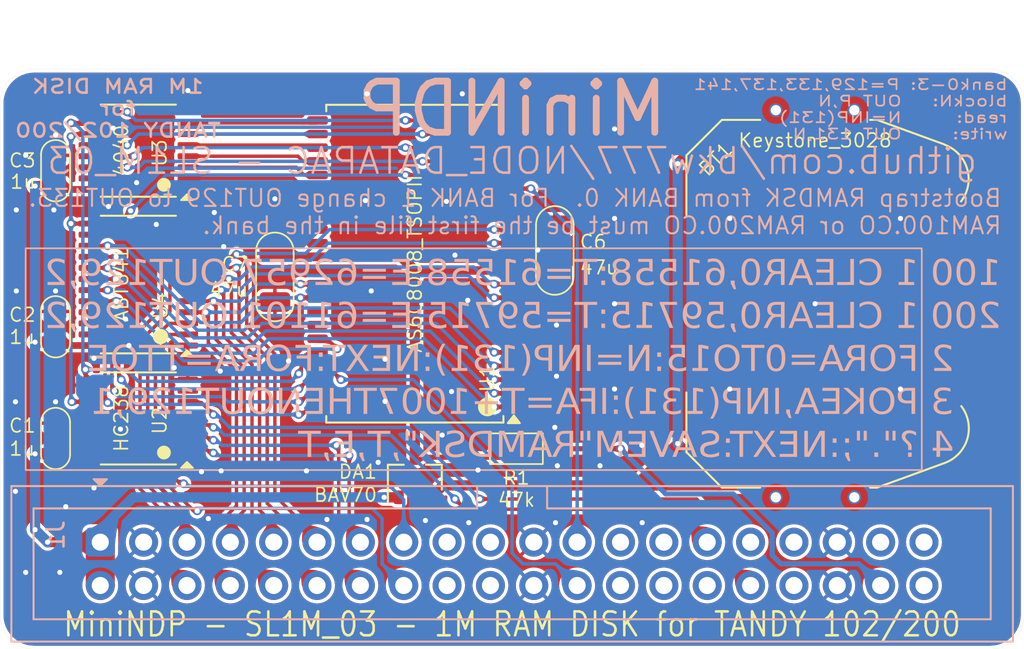
<source format=kicad_pcb>
(kicad_pcb (version 20240108) (generator "pcbnew") (generator_version "8.0")
  (title_block (title "MiniNDP") (date "2025-01-06") (rev "SL1M_03") (company "Brian K. White - b.kenyon.w@gmail.com") (comment 1 "github.com/bkw777/NODE_DATAPAC"))
  (layers (0 "F.Cu" signal) (31 "B.Cu" signal) (34 "B.Paste" user) (35 "F.Paste" user) (36 "B.SilkS" user "B.Silkscreen") (37 "F.SilkS" user "F.Silkscreen") (38 "B.Mask" user) (39 "F.Mask" user) (44 "Edge.Cuts" user))
  (net 0 "")
  (net 1 "GND")
  (net 2 "VMEM")
  (net 3 "VBUS")
  (net 4 "/AD0")
  (net 5 "/AD1")
  (net 6 "/AD2")
  (net 7 "/AD3")
  (net 8 "/AD4")
  (net 9 "/AD5")
  (net 10 "/AD6")
  (net 11 "/AD7")
  (net 12 "/A8")
  (net 13 "/A9")
  (net 14 "/A10")
  (net 15 "/A11")
  (net 16 "/A12")
  (net 17 "/A13")
  (net 18 "/A14")
  (net 19 "/A15")
  (net 20 "/~{RD}")
  (net 21 "/RAMRST")
  (net 22 "/~{Y0}")
  (net 23 "/(A)")
  (net 29 "/BUS_A11")
  (net 34 "/BUS_A10")
  (net 38 "/A5")
  (net 39 "/A6")
  (net 40 "/A19")
  (net 41 "/A18")
  (net 42 "/A7")
  (net 43 "+BATT")
  (net 44 "/BUS_A8")
  (net 45 "/BUS_A9")
  (net 46 "/A16")
  (net 47 "/A17")
  (net 48 "/A0")
  (net 49 "/A1")
  (net 50 "/A2")
  (net 51 "/A3")
  (net 52 "/A4")
  (net 53 "/BYTE")
  (net 68 "/~{WR}")
  (net 71 "/BLOCK")
  (footprint "000_LOCAL:pth_nail" (layer "F.Cu") (at 172 88.425)
    (property "Reference" "REF**" (hide yes))
    (property "Value" "pth_nail" (hide yes))
  )
  (footprint "000_LOCAL:Fiducial_0.75_1.5" (layer "F.Cu") (at 179.95 88.025 180)
    (property "Reference" "F3" (hide yes))
    (property "Value" "Fiducial_0.75_1.5" (hide yes))
  )
  (footprint "000_LOCAL:C_1206" (layer "F.Cu") (at 154.45 96.649999 90)
    (property "Reference" "C6")
    (property "Value" "47u")
  )
  (footprint "000_LOCAL:R_0805" (layer "F.Cu") (at 152.2 108.275)
    (property "Reference" "R1")
    (property "Value" "47k")
  )
  (footprint "000_LOCAL:C_0805" (layer "F.Cu") (at 125.2 107.675 90)
    (property "Reference" "C1")
    (property "Value" "1u")
  )
  (footprint "000_LOCAL:TSSOP-24_4.4x7.8mm_P0.65mm" (layer "F.Cu") (at 130.05 98.65 180)
    (property "Reference" "U4")
    (property "Value" "ABT841")
  )
  (footprint "000_LOCAL:pth_nail" (layer "F.Cu") (at 167.4 111.125)
    (property "Reference" "REF**" (hide yes))
    (property "Value" "pth_nail" (hide yes))
  )
  (footprint "000_LOCAL:pth_nail" (layer "F.Cu") (at 172 111.125)
    (property "Reference" "REF**" (hide yes))
    (property "Value" "pth_nail" (hide yes))
  )
  (footprint "000_LOCAL:Fiducial_0.75_1.5" (layer "F.Cu") (at 123.95 88.025)
    (property "Reference" "F3" (hide yes))
    (property "Value" "Fiducial_0.75_1.5" (hide yes))
  )
  (footprint "000_LOCAL:TSSOP-16" (layer "F.Cu") (at 130.05 106.5 180)
    (property "Reference" "U2")
    (property "Value" "HC238")
  )
  (footprint "000_LOCAL:TSSOP-16" (layer "F.Cu") (at 130.05 90.800001 180)
    (property "Reference" "U3")
    (property "Value" "4040")
  )
  (footprint "000_LOCAL:MiniNDP_Cover_THIN" (layer "F.Cu") (at 151.95 103.025)
    (property "Reference" "N1")
    (property "Value" "MiniNDP_Cover_THIN")
  )
  (footprint "000_LOCAL:Fiducial_0.75_1.5" (layer "F.Cu") (at 123.95 118.025)
    (property "Reference" "F3" (hide yes))
    (property "Value" "Fiducial_0.75_1.5" (hide yes))
  )
  (footprint "000_LOCAL:TSOP-II-44" (layer "F.Cu") (at 146.25 97.425 180)
    (property "Reference" "U1")
    (property "Value" "AS6C8008_TSOPII")
  )
  (footprint "000_LOCAL:C_1206" (layer "F.Cu") (at 138.05 98.200001 -90)
    (property "Reference" "C7")
    (property "Value" "47u")
  )
  (footprint "000_LOCAL:C_0805" (layer "F.Cu") (at 125.2 101.125001 90)
    (property "Reference" "C2")
    (property "Value" "1u")
  )
  (footprint "000_LOCAL:pth_nail" (layer "F.Cu") (at 167.4 88.425)
    (property "Reference" "REF**" (hide yes))
    (property "Value" "pth_nail" (hide yes))
  )
  (footprint "000_LOCAL:Fiducial_0.75_1.5" (layer "F.Cu") (at 179.95 118.025 90)
    (property "Reference" "F3" (hide yes))
    (property "Value" "Fiducial_0.75_1.5" (hide yes))
  )
  (footprint "000_LOCAL:Keystone_3028_3034" (layer "F.Cu") (at 169.7 99.775 90)
    (property "Reference" "BT1")
    (property "Value" "Keystone_3028")
  )
  (footprint "000_LOCAL:C_0805" (layer "F.Cu") (at 125.2 91.975 90)
    (property "Reference" "C3")
    (property "Value" "1u")
  )
  (footprint "000_LOCAL:SOT-23" (layer "F.Cu") (at 146.25 109.975 90)
    (property "Reference" "DA1")
    (property "Value" "BAV70")
  )
  (footprint "000_LOCAL:IDC-Header_2x20_P2.54mm_Vertical" (layer "B.Cu") (at 127.82 113.755 -90)
    (property "Reference" "J1")
    (property "Value" "Conn_02x20_Odd_Even")
  )
  (gr_poly (pts (xy 164.1 110.425) (xy 159.2 110.425) (xy 161.65 107.975)) (stroke (width 0.6)) (fill solid) (layer "F.Cu") (net 43))
  (gr_rect (start 123.45 96.525) (end 175.95 109.525) (stroke (width 0.1)) (fill none) (layer "B.SilkS"))
  (gr_line (start 123.95 86.025) (end 179.95 86.025) (stroke (width 0.01)) (layer "Edge.Cuts"))
  (gr_arc (start 121.95 88.025) (mid 122.535786 86.610786) (end 123.95 86.025) (stroke (width 0.01)) (layer "Edge.Cuts"))
  (gr_line (start 179.95 120.025) (end 123.95 120.025) (stroke (width 0.01)) (layer "Edge.Cuts"))
  (gr_arc (start 179.95 86.024999) (mid 181.364214 86.610786) (end 181.950001 88.025) (stroke (width 0.01)) (layer "Edge.Cuts"))
  (gr_line (start 181.95 88.025) (end 181.95 118.025) (stroke (width 0.01)) (layer "Edge.Cuts"))
  (gr_arc (start 181.950001 118.025) (mid 181.364214 119.439214) (end 179.95 120.025001) (stroke (width 0.01)) (layer "Edge.Cuts"))
  (gr_line (start 121.95 118.025) (end 121.95 88.025) (stroke (width 0.01)) (layer "Edge.Cuts"))
  (gr_arc (start 123.95 120.025001) (mid 122.535786 119.439214) (end 121.949999 118.025) (stroke (width 0.01)) (layer "Edge.Cuts"))
  (gr_text "${TITLE}" (at 151.95 88.355 0) (layer "B.SilkS") (effects (font (size 3 3) (thickness 0.4)) (justify mirror)))
  (gr_text "${COMMENT1} - ${REVISION}" (at 151.95 91.403 0) (layer "B.SilkS") (effects (font (size 1.5 1.5)) (justify mirror)))
  (gr_text "Bootstrap RAMDSK from BANK 0.  For BANK 1 change OUT129 to OUT133.\nRAM100.CO or RAM200.CO must be the first file in the bank." (at 180.7 95.775 0) (layer "B.SilkS") (effects (font (size 1 1) (thickness 0.12)) (justify left bottom mirror)))
  (gr_text "bank0-3: P=129,133,137,141\nblockN:	OUT P,N\nread:	N=INP(131)\nwrite:	OUT 131,N" (at 181.05 88.375 0) (layer "B.SilkS") (effects (font (size 0.6 0.8) (thickness 0.1)) (justify left mirror)))
  (gr_text "100 1 CLEAR0,61558:T=61558:E=62957:OUT129,2\n200 1 CLEAR0,59715:T=59715:E=61101:OUT129,2\n    2 FORA=0TO15:N=INP(131):NEXT:FORA=TTOE\n    3 POKEA,INP(131):IFA=T+1007THENOUT129,1\n    4 ?{dblquote}.{dblquote};:NEXT:SAVEM{dblquote}RAMDSK{dblquote},T,E,T" (at 180.6 97.175 0) (layer "B.SilkS") (effects (font (size 1.5 1.55) (thickness 0.1)) (justify left top mirror)))
  (gr_text "1M RAM DISK\nfor\nTANDY 102/200" (at 128.85 88.325 0) (layer "B.SilkS") (effects (font (size 0.8 1)) (justify mirror)))
  (gr_text "${TITLE} - ${REVISION} - 1M RAM DISK for TANDY 102/200" (at 151.95 118.575 0) (layer "F.SilkS") (effects (font (size 1.4 1.2))))
  (via (at 143.35 93.725) (size 0.5) (drill 0.3) (layers "F.Cu" "B.Cu") (net 1))
  (via (at 149.029 87.466) (size 0.5) (drill 0.3) (layers "F.Cu" "B.Cu") (net 1))
  (via (at 125.2 105.525) (size 0.5) (drill 0.3) (layers "F.Cu" "B.Cu") (net 1))
  (via (at 154.55 104.025) (size 0.5) (drill 0.3) (layers "F.Cu" "B.Cu") (net 1))
  (via (at 134.15 112.375) (size 0.5) (drill 0.3) (layers "F.Cu" "B.Cu") (net 1))
  (via (at 131.1 95.125) (size 0.5) (drill 0.3) (layers "F.Cu" "B.Cu") (net 1))
  (via (at 146.87 112.485) (size 0.5) (drill 0.3) (layers "F.Cu" "B.Cu") (net 1))
  (via (at 154.45 107.025) (size 0.5) (drill 0.3) (layers "F.Cu" "B.Cu") (net 1))
  (via (at 128.3 94.075) (size 0.5) (drill 0.3) (layers "F.Cu" "B.Cu") (net 1))
  (via (at 157.95 94.775) (size 0.5) (drill 0.3) (layers "F.Cu" "B.Cu") (net 1))
  (via (at 164.7 94.775) (size 0.5) (drill 0.3) (layers "F.Cu" "B.Cu") (net 1))
  (via (at 134.85 103.725) (size 0.5) (drill 0.3) (layers "F.Cu" "B.Cu") (net 1))
  (via (at 148.6 96.925) (size 0.5) (drill 0.3) (layers "F.Cu" "B.Cu") (net 1))
  (via (at 174.7 94.775) (size 0.5) (drill 0.3) (layers "F.Cu" "B.Cu") (net 1))
  (via (at 122.9 94.275) (size 0.5) (drill 0.3) (layers "F.Cu" "B.Cu") (net 1))
  (via (at 129.3 100.675) (size 0.5) (drill 0.3) (layers "F.Cu" "B.Cu") (net 1))
  (via (at 149.35 99.575) (size 0.5) (drill 0.3) (layers "F.Cu" "B.Cu") (net 1))
  (via (at 122.85 110.775) (size 0.5) (drill 0.3) (layers "F.Cu" "B.Cu") (net 1))
  (via (at 134.5 94.425) (size 0.5) (drill 0.3) (layers "F.Cu" "B.Cu") (net 1))
  (via (at 143.45 112.425) (size 0.5) (drill 0.3) (layers "F.Cu" "B.Cu") (net 1))
  (via (at 157.95 99.775) (size 0.5) (drill 0.3) (layers "F.Cu" "B.Cu") (net 1))
  (via (at 127.45 110.575) (size 0.5) (drill 0.3) (layers "F.Cu" "B.Cu") (net 1))
  (via (at 127.45 102.975) (size 0.5) (drill 0.3) (layers "F.Cu" "B.Cu") (net 1))
  (via (at 148.4 104.925) (size 0.5) (drill 0.3) (layers "F.Cu" "B.Cu") (net 1))
  (via (at 122.9 99.025) (size 0.5) (drill 0.3) (layers "F.Cu" "B.Cu") (net 1))
  (via (at 139.9 109.575) (size 0.5) (drill 0.3) (layers "F.Cu" "B.Cu") (net 1))
  (via (at 144.1 109.075) (size 0.5) (drill 0.3) (layers "F.Cu" "B.Cu") (net 1))
  (via (at 159.55 108.075) (size 0.5) (drill 0.3) (layers "F.Cu" "B.Cu") (net 1))
  (via (at 153.45 96.625) (size 0.5) (drill 0.3) (layers "F.Cu" "B.Cu") (net 1))
  (via (at 123.45 91.075) (size 0.5) (drill 0.3) (layers "F.Cu" "B.Cu") (net 1))
  (via (at 144.5 105.5) (size 0.5) (drill 0.3) (layers "F.Cu" "B.Cu") (net 1))
  (via (at 157.95 104.775) (size 0.5) (drill 0.3) (layers "F.Cu" "B.Cu") (net 1))
  (via (at 164.7 104.775) (size 0.5) (drill 0.3) (layers "F.Cu" "B.Cu") (net 1))
  (via (at 148.1 93.775) (size 0.5) (drill 0.3) (layers "F.Cu" "B.Cu") (net 1))
  (via (at 138.85 103.125) (size 0.5) (drill 0.3) (layers "F.Cu" "B.Cu") (net 1))
  (via (at 125.2 89.875) (size 0.5) (drill 0.3) (layers "F.Cu" "B.Cu") (net 1))
  (via (at 132.95 87.275) (size 0.5) (drill 0.3) (layers "F.Cu" "B.Cu") (net 1))
  (via (at 159.57 112.612) (size 0.5) (drill 0.3) (layers "F.Cu" "B.Cu") (net 1))
  (via (at 135.05 96.425) (size 0.5) (drill 0.3) (layers "F.Cu" "B.Cu") (net 1))
  (via (at 129.95 92.675) (size 0.5) (drill 0.3) (layers "F.Cu" "B.Cu") (net 1))
  (via (at 147.85 107.475) (size 0.5) (drill 0.3) (layers "F.Cu" "B.Cu") (net 1))
  (via (at 132.15 103.525) (size 0.5) (drill 0.3) (layers "F.Cu" "B.Cu") (net 1))
  (via (at 128.575 89.475) (size 0.5) (drill 0.3) (layers "F.Cu" "B.Cu") (net 1))
  (via (at 125.2 99.025) (size 0.5) (drill 0.3) (layers "F.Cu" "B.Cu") (net 1))
  (via (at 149.95 109.525) (size 0.5) (drill 0.3) (layers "F.Cu" "B.Cu") (net 1))
  (via (at 154.49 112.612) (size 0.5) (drill 0.3) (layers "F.Cu" "B.Cu") (net 1))
  (via (at 125.1 94.275) (size 0.5) (drill 0.3) (layers "F.Cu" "B.Cu") (net 1))
  (via (at 149.41 112.612) (size 0.5) (drill 0.3) (layers "F.Cu" "B.Cu") (net 1))
  (via (at 157.1 109.275) (size 0.5) (drill 0.3) (layers "F.Cu" "B.Cu") (net 1))
  (via (at 143.441 87.466) (size 0.5) (drill 0.3) (layers "F.Cu" "B.Cu") (net 1))
  (via (at 133.75 109.625) (size 0.5) (drill 0.3) (layers "F.Cu" "B.Cu") (net 1))
  (via (at 141.1 112.425) (size 0.5) (drill 0.3) (layers "F.Cu" "B.Cu") (net 1))
  (via (at 129 107.125) (size 0.5) (drill 0.3) (layers "F.Cu" "B.Cu") (net 1))
  (via (at 129.5 102.225) (size 0.5) (drill 0.3) (layers "F.Cu" "B.Cu") (net 1))
  (via (at 144.5 103.025) (size 0.5) (drill 0.3) (layers "F.Cu" "B.Cu") (net 1))
  (via (at 143.695 99.025) (size 0.5) (drill 0.3) (layers "F.Cu" "B.Cu") (net 1))
  (via (at 174.7 104.775) (size 0.5) (drill 0.3) (layers "F.Cu" "B.Cu") (net 1))
  (via (at 125.45 115.525) (size 0.5) (drill 0.3) (layers "F.Cu" "B.Cu") (net 1))
  (via (at 125.8 111.675) (size 0.5) (drill 0.3) (layers "F.Cu" "B.Cu") (net 1))
  (via (at 134.9 109.575) (size 0.5) (drill 0.3) (layers "F.Cu" "B.Cu") (net 1))
  (via (at 123.45 115.525) (size 0.5) (drill 0.3) (layers "F.Cu" "B.Cu") (net 1))
  (via (at 154.6 109.275) (size 0.5) (drill 0.3) (layers "F.Cu" "B.Cu") (net 1))
  (via (at 169.7 99.775) (size 0.5) (drill 0.3) (layers "F.Cu" "B.Cu") (net 1))
  (via (at 122.85 105.525) (size 0.5) (drill 0.3) (layers "F.Cu" "B.Cu") (net 1))
  (via (at 157.95 89.525) (size 0.5) (drill 0.3) (layers "F.Cu" "B.Cu") (net 1))
  (via (at 138.05 93.625) (size 0.5) (drill 0.3) (layers "F.Cu" "B.Cu") (net 1))
  (via (at 154.55 101.025) (size 0.5) (drill 0.3) (layers "F.Cu" "B.Cu") (net 1))
  (segment (start 154.15 97.825) (end 154.45 98.125) (width 0.5) (layer "F.Cu") (net 2))
  (segment (start 151.95 97.825) (end 154.15 97.825) (width 0.5) (layer "F.Cu") (net 2))
  (segment (start 145.45 97.025) (end 146.25 97.825) (width 0.6) (layer "F.Cu") (net 2))
  (segment (start 146.3 108.775) (end 146.25 108.825) (width 0.3) (layer "F.Cu") (net 2))
  (segment (start 138.35 97.025) (end 138.05 96.725) (width 0.5) (layer "F.Cu") (net 2))
  (segment (start 151.25 108.275) (end 151.25 108.775) (width 0.3) (layer "F.Cu") (net 2))
  (segment (start 140.55 97.025) (end 138.35 97.025) (width 0.5) (layer "F.Cu") (net 2))
  (segment (start 145.45 97.025) (end 140.55 97.025) (width 0.5) (layer "F.Cu") (net 2))
  (segment (start 146.25 97.825) (end 151.95 97.825) (width 0.5) (layer "F.Cu") (net 2))
  (segment (start 151.25 108.775) (end 146.3 108.775) (width 0.3) (layer "F.Cu") (net 2))
  (segment (start 146.25 97.825) (end 146.25 108.825) (width 0.6) (layer "F.Cu") (net 2))
  (segment (start 125.399999 102.225) (end 127.15 102.225) (width 0.4) (layer "F.Cu") (net 3))
  (segment (start 124.73 113.755) (end 124 113.025) (width 0.6) (layer "F.Cu") (net 3))
  (segment (start 124 108.575) (end 125.2 108.575) (width 0.6) (layer "F.Cu") (net 3))
  (segment (start 144.45 111.125) (end 145.3 111.125) (width 0.6) (layer "F.Cu") (net 3))
  (segment (start 127.15 93.075001) (end 125.400001 93.075001) (width 0.4) (layer "F.Cu") (net 3))
  (segment (start 125.4 108.775) (end 127.15 108.775) (width 0.4) (layer "F.Cu") (net 3))
  (segment (start 125.2 108.575) (end 125.4 108.775) (width 0.4) (layer "F.Cu") (net 3))
  (segment (start 124 102.025001) (end 125.2 102.025001) (width 0.6) (layer "F.Cu") (net 3))
  (segment (start 127.82 113.755) (end 127.82 116.295) (width 1.7) (layer "F.Cu") (net 3))
  (segment (start 124.73 113.755) (end 127.82 113.755) (width 0.6) (layer "F.Cu") (net 3))
  (segment (start 125.2 102.025001) (end 125.399999 102.225) (width 0.4) (layer "F.Cu") (net 3))
  (segment (start 125.400001 93.075001) (end 125.2 92.875) (width 0.4) (layer "F.Cu") (net 3))
  (segment (start 124 92.875) (end 125.2 92.875) (width 0.6) (layer "F.Cu") (net 3))
  (via (at 124.73 113.755) (size 0.6) (drill 0.3) (layers "F.Cu" "B.Cu") (net 3))
  (via (at 144.45 111.125) (size 0.6) (drill 0.3) (layers "F.Cu" "B.Cu") (net 3))
  (via (at 124 108.575) (size 0.6) (drill 0.3) (layers "F.Cu" "B.Cu") (net 3))
  (via (at 124 92.875) (size 0.6) (drill 0.3) (layers "F.Cu" "B.Cu") (net 3))
  (via (at 124 102.025001) (size 0.6) (drill 0.3) (layers "F.Cu" "B.Cu") (net 3))
  (via (at 124 113.025) (size 0.6) (drill 0.3) (layers "F.Cu" "B.Cu") (net 3))
  (segment (start 124.73 113.755) (end 124 113.025) (width 0.6) (layer "B.Cu") (net 3))
  (segment (start 124 108.575) (end 124 102.025001) (width 0.6) (layer "B.Cu") (net 3))
  (segment (start 129.75 111.125) (end 128.35 112.525) (width 0.6) (layer "B.Cu") (net 3))
  (segment (start 124 92.875) (end 124 102.025001) (width 0.6) (layer "B.Cu") (net 3))
  (segment (start 128.35 113.225) (end 127.82 113.755) (width 0.6) (layer "B.Cu") (net 3))
  (segment (start 124 113.025) (end 124 108.575) (width 0.6) (layer "B.Cu") (net 3))
  (segment (start 144.45 111.125) (end 129.75 111.125) (width 0.6) (layer "B.Cu") (net 3))
  (segment (start 128.35 112.525) (end 128.35 113.225) (width 0.6) (layer "B.Cu") (net 3))
  (segment (start 131.63 112.105) (end 131.63 115.025) (width 0.2) (layer "F.Cu") (net 4))
  (segment (start 132.249997 95.725003) (end 131.45 96.525) (width 0.2) (layer "F.Cu") (net 4))
  (segment (start 133.000003 95.675) (end 132.95 95.725003) (width 0.2) (layer "F.Cu") (net 4))
  (segment (start 134.45 95.275) (end 134.05 95.675) (width 0.2) (layer "F.Cu") (net 4))
  (segment (start 131.45 100.025) (end 130.15 101.325) (width 0.2) (layer "F.Cu") (net 4))
  (segment (start 130.15 101.325) (end 130.15 110.625) (width 0.2) (layer "F.Cu") (net 4))
  (segment (start 140.4 95.275) (end 134.45 95.275) (width 0.2) (layer "F.Cu") (net 4))
  (segment (start 132.95 95.725003) (end 132.249997 95.725003) (width 0.2) (layer "F.Cu") (net 4))
  (segment (start 130.15 110.625) (end 131.63 112.105) (width 0.2) (layer "F.Cu") (net 4))
  (segment (start 131.63 115.025) (end 132.9 116.295) (width 0.2) (layer "F.Cu") (net 4))
  (segment (start 134.05 95.675) (end 133.000003 95.675) (width 0.2) (layer "F.Cu") (net 4))
  (segment (start 140.55 95.425) (end 140.4 95.275) (width 0.2) (layer "F.Cu") (net 4))
  (segment (start 131.45 96.525) (end 131.45 100.025) (width 0.2) (layer "F.Cu") (net 4))
  (segment (start 132.95 96.375) (end 132.25 96.375) (width 0.2) (layer "F.Cu") (net 5))
  (segment (start 132.25 96.375) (end 131.9 96.725) (width 0.2) (layer "F.Cu") (net 5))
  (segment (start 131.9 100.225) (end 130.6 101.525) (width 0.2) (layer "F.Cu") (net 5))
  (segment (start 139.35 95.775) (end 134.7 95.775) (width 0.2) (layer "F.Cu") (net 5))
  (segment (start 130.6 101.525) (end 130.6 110.41875) (width 0.2) (layer "F.Cu") (net 5))
  (segment (start 140.55 96.225) (end 140.4 96.075) (width 0.2) (layer "F.Cu") (net 5))
  (segment (start 132.9 112.71875) (end 132.9 113.755) (width 0.2) (layer "F.Cu") (net 5))
  (segment (start 131.9 96.725) (end 131.9 100.225) (width 0.2) (layer "F.Cu") (net 5))
  (segment (start 130.6 110.41875) (end 132.9 112.71875) (width 0.2) (layer "F.Cu") (net 5))
  (segment (start 134.7 95.775) (end 134.1 96.375) (width 0.2) (layer "F.Cu") (net 5))
  (segment (start 139.65 96.075) (end 139.35 95.775) (width 0.2) (layer "F.Cu") (net 5))
  (segment (start 134.1 96.375) (end 132.95 96.375) (width 0.2) (layer "F.Cu") (net 5))
  (segment (start 140.4 96.075) (end 139.65 96.075) (width 0.2) (layer "F.Cu") (net 5))
  (segment (start 132.950003 100.274997) (end 132.95 100.275) (width 0.2) (layer "F.Cu") (net 6))
  (segment (start 135.8 103.725) (end 135.8 111.625) (width 0.2) (layer "F.Cu") (net 6))
  (segment (start 134.15 102.075) (end 135.8 103.725) (width 0.2) (layer "F.Cu") (net 6))
  (segment (start 134.15 100.424997) (end 134.15 102.075) (width 0.2) (layer "F.Cu") (net 6))
  (segment (start 135.8 111.625) (end 134.17 113.255) (width 0.2) (layer "F.Cu") (net 6))
  (segment (start 134 100.274997) (end 132.950003 100.274997) (width 0.2) (layer "F.Cu") (net 6))
  (segment (start 134.17 113.255) (end 134.17 115.025) (width 0.2) (layer "F.Cu") (net 6))
  (segment (start 134.17 115.025) (end 135.44 116.295) (width 0.2) (layer "F.Cu") (net 6))
  (segment (start 140.55 99.425) (end 139.55 99.425) (width 0.2) (layer "F.Cu") (net 6))
  (segment (start 134 100.274997) (end 134.15 100.424997) (width 0.2) (layer "F.Cu") (net 6))
  (via (at 139.55 99.425) (size 0.5) (drill 0.3) (layers "F.Cu" "B.Cu") (net 6))
  (via (at 134 100.274997) (size 0.5) (drill 0.3) (layers "F.Cu" "B.Cu") (net 6))
  (segment (start 139.55 99.425) (end 136.85 99.425) (width 0.2) (layer "B.Cu") (net 6))
  (segment (start 136.000003 100.274997) (end 134 100.274997) (width 0.2) (layer "B.Cu") (net 6))
  (segment (start 136.85 99.425) (end 136.000003 100.274997) (width 0.2) (layer "B.Cu") (net 6))
  (segment (start 140.55 98.625) (end 139.55 98.625) (width 0.2) (layer "F.Cu") (net 7))
  (segment (start 135.44 112.71) (end 135.44 113.755) (width 0.2) (layer "F.Cu") (net 7))
  (segment (start 134.6 101.875) (end 136.25 103.525) (width 0.2) (layer "F.Cu") (net 7))
  (segment (start 136.25 111.9) (end 135.44 112.71) (width 0.2) (layer "F.Cu") (net 7))
  (segment (start 134.6 99.775) (end 134.6 101.875) (width 0.2) (layer "F.Cu") (net 7))
  (segment (start 134.45 99.625) (end 134.6 99.775) (width 0.2) (layer "F.Cu") (net 7))
  (segment (start 132.95 99.625) (end 134.45 99.625) (width 0.2) (layer "F.Cu") (net 7))
  (segment (start 136.25 103.525) (end 136.25 111.9) (width 0.2) (layer "F.Cu") (net 7))
  (via (at 139.55 98.625) (size 0.5) (drill 0.3) (layers "F.Cu" "B.Cu") (net 7))
  (via (at 134.45 99.625) (size 0.5) (drill 0.3) (layers "F.Cu" "B.Cu") (net 7))
  (segment (start 137 98.625) (end 136 99.625) (width 0.2) (layer "B.Cu") (net 7))
  (segment (start 139.55 98.625) (end 137 98.625) (width 0.2) (layer "B.Cu") (net 7))
  (segment (start 136 99.625) (end 134.45 99.625) (width 0.2) (layer "B.Cu") (net 7))
  (segment (start 135.05 101.675) (end 136.71 103.335) (width 0.2) (layer "F.Cu") (net 8))
  (segment (start 136.71 103.335) (end 136.71 115.025) (width 0.2) (layer "F.Cu") (net 8))
  (segment (start 136.71 115.025) (end 137.98 116.295) (width 0.2) (layer "F.Cu") (net 8))
  (segment (start 134.9 98.974997) (end 135.05 99.124997) (width 0.2) (layer "F.Cu") (net 8))
  (segment (start 135.05 99.124997) (end 135.05 101.675) (width 0.2) (layer "F.Cu") (net 8))
  (segment (start 134.9 98.974997) (end 132.95 98.974997) (width 0.2) (layer "F.Cu") (net 8))
  (segment (start 151.95 99.425) (end 150.9 99.425) (width 0.2) (layer "F.Cu") (net 8))
  (via (at 134.9 98.974997) (size 0.5) (drill 0.3) (layers "F.Cu" "B.Cu") (net 8))
  (via (at 150.9 99.425) (size 0.5) (drill 0.3) (layers "F.Cu" "B.Cu") (net 8))
  (segment (start 149.4 98.125) (end 150.7 99.425) (width 0.2) (layer "B.Cu") (net 8))
  (segment (start 136.95 98.025) (end 139.9 98.025) (width 0.2) (layer "B.Cu") (net 8))
  (segment (start 139.9 98.025) (end 140 98.125) (width 0.2) (layer "B.Cu") (net 8))
  (segment (start 150.7 99.425) (end 150.9 99.425) (width 0.2) (layer "B.Cu") (net 8))
  (segment (start 136.000003 98.974997) (end 136.95 98.025) (width 0.2) (layer "B.Cu") (net 8))
  (segment (start 134.9 98.974997) (end 136.000003 98.974997) (width 0.2) (layer "B.Cu") (net 8))
  (segment (start 140 98.125) (end 149.4 98.125) (width 0.2) (layer "B.Cu") (net 8))
  (segment (start 151.95 98.625001) (end 150.900001 98.625001) (width 0.2) (layer "F.Cu") (net 9))
  (segment (start 137.15 103.125) (end 137.15 111.875) (width 0.2) (layer "F.Cu") (net 9))
  (segment (start 137.98 112.705) (end 137.98 113.755) (width 0.2) (layer "F.Cu") (net 9))
  (segment (start 135.5 101.475) (end 137.15 103.125) (width 0.2) (layer "F.Cu") (net 9))
  (segment (start 150.900001 98.625001) (end 150.9 98.625) (width 0.2) (layer "F.Cu") (net 9))
  (segment (start 137.15 111.875) (end 137.98 112.705) (width 0.2) (layer "F.Cu") (net 9))
  (segment (start 135.5 98.475) (end 135.5 101.475) (width 0.2) (layer "F.Cu") (net 9))
  (segment (start 135.35 98.325) (end 135.5 98.475) (width 0.2) (layer "F.Cu") (net 9))
  (segment (start 132.95 98.325) (end 135.35 98.325) (width 0.2) (layer "F.Cu") (net 9))
  (via (at 135.35 98.325) (size 0.5) (drill 0.3) (layers "F.Cu" "B.Cu") (net 9))
  (via (at 150.9 98.625) (size 0.5) (drill 0.3) (layers "F.Cu" "B.Cu") (net 9))
  (segment (start 136 98.325) (end 136.7 97.625) (width 0.2) (layer "B.Cu") (net 9))
  (segment (start 136.7 97.625) (end 149.7 97.625) (width 0.2) (layer "B.Cu") (net 9))
  (segment (start 149.7 97.625) (end 150.7 98.625) (width 0.2) (layer "B.Cu") (net 9))
  (segment (start 135.35 98.325) (end 136 98.325) (width 0.2) (layer "B.Cu") (net 9))
  (segment (start 150.7 98.625) (end 150.9 98.625) (width 0.2) (layer "B.Cu") (net 9))
  (segment (start 151.95 96.225) (end 150.9 96.225) (width 0.2) (layer "F.Cu") (net 10))
  (segment (start 139.25 115.025) (end 140.52 116.295) (width 0.2) (layer "F.Cu") (net 10))
  (segment (start 137.6 102.925) (end 137.6 111.475) (width 0.2) (layer "F.Cu") (net 10))
  (segment (start 135.8 97.674997) (end 135.95 97.824997) (width 0.2) (layer "F.Cu") (net 10))
  (segment (start 135.8 97.674997) (end 132.95 97.674997) (width 0.2) (layer "F.Cu") (net 10))
  (segment (start 139.25 113.125) (end 139.25 115.025) (width 0.2) (layer "F.Cu") (net 10))
  (segment (start 135.95 97.824997) (end 135.95 101.275) (width 0.2) (layer "F.Cu") (net 10))
  (segment (start 137.6 111.475) (end 139.25 113.125) (width 0.2) (layer "F.Cu") (net 10))
  (segment (start 135.95 101.275) (end 137.6 102.925) (width 0.2) (layer "F.Cu") (net 10))
  (via (at 135.8 97.674997) (size 0.5) (drill 0.3) (layers "F.Cu" "B.Cu") (net 10))
  (via (at 150.9 96.225) (size 0.5) (drill 0.3) (layers "F.Cu" "B.Cu") (net 10))
  (segment (start 136.45 97.225) (end 140.15 97.225) (width 0.2) (layer "B.Cu") (net 10))
  (segment (start 136.000003 97.674997) (end 136.45 97.225) (width 0.2) (layer "B.Cu") (net 10))
  (segment (start 140.15 97.225) (end 141.15 96.225) (width 0.2) (layer "B.Cu") (net 10))
  (segment (start 135.8 97.674997) (end 136.000003 97.674997) (width 0.2) (layer "B.Cu") (net 10))
  (segment (start 141.15 96.225) (end 150.9 96.225) (width 0.2) (layer "B.Cu") (net 10))
  (segment (start 151.95 95.425) (end 150.900001 95.425) (width 0.2) (layer "F.Cu") (net 11))
  (segment (start 135.8 96.875) (end 136.4 97.475) (width 0.2) (layer "F.Cu") (net 11))
  (segment (start 135.8 96.875) (end 135.65 97.025) (width 0.2) (layer "F.Cu") (net 11))
  (segment (start 138.05 102.725) (end 138.05 111.025) (width 0.2) (layer "F.Cu") (net 11))
  (segment (start 138.05 111.025) (end 140.52 113.495) (width 0.2) (layer "F.Cu") (net 11))
  (segment (start 140.52 113.495) (end 140.52 113.755) (width 0.2) (layer "F.Cu") (net 11))
  (segment (start 136.4 101.075) (end 138.05 102.725) (width 0.2) (layer "F.Cu") (net 11))
  (segment (start 135.65 97.025) (end 132.95 97.025) (width 0.2) (layer "F.Cu") (net 11))
  (segment (start 136.4 97.475) (end 136.4 101.075) (width 0.2) (layer "F.Cu") (net 11))
  (segment (start 150.900001 95.425) (end 150.9 95.424999) (width 0.2) (layer "F.Cu") (net 11))
  (via (at 135.8 96.875) (size 0.5) (drill 0.3) (layers "F.Cu" "B.Cu") (net 11))
  (via (at 150.9 95.424999) (size 0.5) (drill 0.3) (layers "F.Cu" "B.Cu") (net 11))
  (segment (start 139.85 96.825) (end 141.250001 95.424999) (width 0.2) (layer "B.Cu") (net 11))
  (segment (start 135.85 96.825) (end 139.85 96.825) (width 0.2) (layer "B.Cu") (net 11))
  (segment (start 135.8 96.875) (end 135.85 96.825) (width 0.2) (layer "B.Cu") (net 11))
  (segment (start 141.250001 95.424999) (end 150.9 95.424999) (width 0.2) (layer "B.Cu") (net 11))
  (segment (start 129.399999 90.475001) (end 127.15 90.475001) (width 0.2) (layer "F.Cu") (net 12))
  (segment (start 129.4 90.475) (end 129.399999 90.475001) (width 0.2) (layer "F.Cu") (net 12))
  (segment (start 151.95 89.825) (end 146.7 89.825) (width 0.2) (layer "F.Cu") (net 12))
  (via (at 129.4 90.475) (size 0.5) (drill 0.3) (layers "F.Cu" "B.Cu") (net 12))
  (via (at 146.7 89.825) (size 0.5) (drill 0.3) (layers "F.Cu" "B.Cu") (net 12))
  (segment (start 130.05 89.825) (end 129.4 90.475) (width 0.2) (layer "B.Cu") (net 12))
  (segment (start 146.7 89.825) (end 130.05 89.825) (width 0.2) (layer "B.Cu") (net 12))
  (segment (start 129.4 91.775001) (end 127.15 91.775001) (width 0.2) (layer "F.Cu") (net 13))
  (segment (start 151.95 91.425) (end 146.7 91.425) (width 0.2) (layer "F.Cu") (net 13))
  (via (at 146.7 91.425) (size 0.5) (drill 0.3) (layers "F.Cu" "B.Cu") (net 13))
  (via (at 129.4 91.775001) (size 0.5) (drill 0.3) (layers "F.Cu" "B.Cu") (net 13))
  (segment (start 130.074999 91.775001) (end 129.4 91.775001) (width 0.2) (layer "B.Cu") (net 13))
  (segment (start 130.425 91.425) (end 130.074999 91.775001) (width 0.2) (layer "B.Cu") (net 13))
  (segment (start 146.7 91.425) (end 130.425 91.425) (width 0.2) (layer "B.Cu") (net 13))
  (segment (start 139.65 106.275) (end 139.95 105.975) (width 0.2) (layer "F.Cu") (net 14))
  (segment (start 128.1 101.775) (end 127.9 101.575) (width 0.2) (layer "F.Cu") (net 14))
  (segment (start 128.25 105.575) (end 128.1 105.425) (width 0.2) (layer "F.Cu") (net 14))
  (segment (start 128.1 105.425) (end 128.1 101.775) (width 0.2) (layer "F.Cu") (net 14))
  (segment (start 140.4 105.975) (end 140.55 105.825) (width 0.2) (layer "F.Cu") (net 14))
  (segment (start 139.45 106.275) (end 139.65 106.275) (width 0.2) (layer "F.Cu") (net 14))
  (segment (start 139.95 105.975) (end 140.4 105.975) (width 0.2) (layer "F.Cu") (net 14))
  (segment (start 127.9 101.575) (end 127.15 101.575) (width 0.2) (layer "F.Cu") (net 14))
  (via (at 128.25 105.575) (size 0.5) (drill 0.3) (layers "F.Cu" "B.Cu") (net 14))
  (via (at 139.45 106.275) (size 0.5) (drill 0.3) (layers "F.Cu" "B.Cu") (net 14))
  (segment (start 139.45 106.275) (end 135.35 106.275) (width 0.2) (layer "B.Cu") (net 14))
  (segment (start 128.35 105.675) (end 128.25 105.575) (width 0.2) (layer "B.Cu") (net 14))
  (segment (start 134.75 105.675) (end 128.35 105.675) (width 0.2) (layer "B.Cu") (net 14))
  (segment (start 135.35 106.275) (end 134.75 105.675) (width 0.2) (layer "B.Cu") (net 14))
  (segment (start 128.5 104.725) (end 128.5 101.525) (width 0.2) (layer "F.Cu") (net 15))
  (segment (start 140.4 105.175) (end 140.55 105.025) (width 0.2) (layer "F.Cu") (net 15))
  (segment (start 139.45 105.525) (end 139.55 105.525) (width 0.2) (layer "F.Cu") (net 15))
  (segment (start 139.55 105.525) (end 139.9 105.175) (width 0.2) (layer "F.Cu") (net 15))
  (segment (start 128.5 101.525) (end 127.9 100.925) (width 0.2) (layer "F.Cu") (net 15))
  (segment (start 128.65 104.875) (end 128.5 104.725) (width 0.2) (layer "F.Cu") (net 15))
  (segment (start 139.9 105.175) (end 140.4 105.175) (width 0.2) (layer "F.Cu") (net 15))
  (segment (start 127.9 100.925) (end 127.15 100.925) (width 0.2) (layer "F.Cu") (net 15))
  (via (at 128.65 104.875) (size 0.5) (drill 0.3) (layers "F.Cu" "B.Cu") (net 15))
  (via (at 139.45 105.525) (size 0.5) (drill 0.3) (layers "F.Cu" "B.Cu") (net 15))
  (segment (start 139.45 105.525) (end 135.3 105.525) (width 0.2) (layer "B.Cu") (net 15))
  (segment (start 129 105.225) (end 128.65 104.875) (width 0.2) (layer "B.Cu") (net 15))
  (segment (start 135 105.225) (end 129 105.225) (width 0.2) (layer "B.Cu") (net 15))
  (segment (start 135.3 105.525) (end 135 105.225) (width 0.2) (layer "B.Cu") (net 15))
  (segment (start 128.9 104.075) (end 128.9 101.275) (width 0.2) (layer "F.Cu") (net 16))
  (segment (start 140 104.225) (end 140.55 104.225) (width 0.2) (layer "F.Cu") (net 16))
  (segment (start 127.9 100.275) (end 127.15 100.275) (width 0.2) (layer "F.Cu") (net 16))
  (segment (start 128.9 101.275) (end 127.9 100.275) (width 0.2) (layer "F.Cu") (net 16))
  (segment (start 129.05 104.225) (end 128.9 104.075) (width 0.2) (layer "F.Cu") (net 16))
  (segment (start 139.45 104.775) (end 140 104.225) (width 0.2) (layer "F.Cu") (net 16))
  (via (at 129.05 104.225) (size 0.5) (drill 0.3) (layers "F.Cu" "B.Cu") (net 16))
  (via (at 139.45 104.775) (size 0.5) (drill 0.3) (layers "F.Cu" "B.Cu") (net 16))
  (segment (start 139.45 104.775) (end 129.6 104.775) (width 0.2) (layer "B.Cu") (net 16))
  (segment (start 129.6 104.775) (end 129.05 104.225) (width 0.2) (layer "B.Cu") (net 16))
  (segment (start 141.7 102.425) (end 141.25 101.975) (width 0.2) (layer "F.Cu") (net 17))
  (segment (start 127.15 99.625) (end 128.75 99.625) (width 0.2) (layer "F.Cu") (net 17))
  (segment (start 140.7 101.975) (end 140.55 101.825) (width 0.2) (layer "F.Cu") (net 17))
  (segment (start 141.25 101.975) (end 140.7 101.975) (width 0.2) (layer "F.Cu") (net 17))
  (via (at 128.75 99.625) (size 0.5) (drill 0.3) (layers "F.Cu" "B.Cu") (net 17))
  (via (at 141.7 102.425) (size 0.5) (drill 0.3) (layers "F.Cu" "B.Cu") (net 17))
  (segment (start 137.05 103.125) (end 132.7 103.125) (width 0.2) (layer "B.Cu") (net 17))
  (segment (start 137.75 102.425) (end 137.05 103.125) (width 0.2) (layer "B.Cu") (net 17))
  (segment (start 129.2 99.625) (end 128.75 99.625) (width 0.2) (layer "B.Cu") (net 17))
  (segment (start 132.7 103.125) (end 129.2 99.625) (width 0.2) (layer "B.Cu") (net 17))
  (segment (start 141.7 102.425) (end 137.75 102.425) (width 0.2) (layer "B.Cu") (net 17))
  (segment (start 128.25 98.975) (end 127.15 98.975) (width 0.2) (layer "F.Cu") (net 18))
  (segment (start 151.95 105.825) (end 150.9 105.825) (width 0.2) (layer "F.Cu") (net 18))
  (via (at 150.9 105.825) (size 0.5) (drill 0.3) (layers "F.Cu" "B.Cu") (net 18))
  (via (at 128.25 98.975) (size 0.5) (drill 0.3) (layers "F.Cu" "B.Cu") (net 18))
  (segment (start 136.85 102.675) (end 137.7 101.825) (width 0.2) (layer "B.Cu") (net 18))
  (segment (start 146.8 101.825) (end 150.8 105.825) (width 0.2) (layer "B.Cu") (net 18))
  (segment (start 150.8 105.825) (end 150.9 105.825) (width 0.2) (layer "B.Cu") (net 18))
  (segment (start 137.7 101.825) (end 146.8 101.825) (width 0.2) (layer "B.Cu") (net 18))
  (segment (start 128.25 98.975) (end 129.2 98.975) (width 0.2) (layer "B.Cu") (net 18))
  (segment (start 132.9 102.675) (end 136.85 102.675) (width 0.2) (layer "B.Cu") (net 18))
  (segment (start 129.2 98.975) (end 132.9 102.675) (width 0.2) (layer "B.Cu") (net 18))
  (segment (start 128.75 98.325) (end 127.15 98.325) (width 0.2) (layer "F.Cu") (net 19))
  (segment (start 151.95 105.025) (end 150.9 105.025) (width 0.2) (layer "F.Cu") (net 19))
  (via (at 150.9 105.025) (size 0.5) (drill 0.3) (layers "F.Cu" "B.Cu") (net 19))
  (via (at 128.75 98.325) (size 0.5) (drill 0.3) (layers "F.Cu" "B.Cu") (net 19))
  (segment (start 133.1 102.225) (end 136.65 102.225) (width 0.2) (layer "B.Cu") (net 19))
  (segment (start 147.15 101.375) (end 150.8 105.025) (width 0.2) (layer "B.Cu") (net 19))
  (segment (start 137.5 101.375) (end 147.15 101.375) (width 0.2) (layer "B.Cu") (net 19))
  (segment (start 136.65 102.225) (end 137.5 101.375) (width 0.2) (layer "B.Cu") (net 19))
  (segment (start 150.8 105.025) (end 150.9 105.025) (width 0.2) (layer "B.Cu") (net 19))
  (segment (start 128.75 98.325) (end 129.2 98.325) (width 0.2) (layer "B.Cu") (net 19))
  (segment (start 129.2 98.325) (end 133.1 102.225) (width 0.2) (layer "B.Cu") (net 19))
  (segment (start 141.112 103.425) (end 141.917 104.23) (width 0.2) (layer "F.Cu") (net 20))
  (segment (start 140.55 103.425) (end 141.112 103.425) (width 0.2) (layer "F.Cu") (net 20))
  (via (at 141.917 104.23) (size 0.5) (drill 0.3) (layers "F.Cu" "B.Cu") (net 20))
  (segment (start 146.155 104.23) (end 151.95 110.025) (width 0.2) (layer "B.Cu") (net 20))
  (segment (start 154.49 115.025) (end 155.76 116.295) (width 0.2) (layer "B.Cu") (net 20))
  (segment (start 141.917 104.23) (end 146.155 104.23) (width 0.2) (layer "B.Cu") (net 20))
  (segment (start 151.95 110.025) (end 151.95 114.39) (width 0.2) (layer "B.Cu") (net 20))
  (segment (start 152.585 115.025) (end 154.49 115.025) (width 0.2) (layer "B.Cu") (net 20))
  (segment (start 151.95 114.39) (end 152.585 115.025) (width 0.2) (layer "B.Cu") (net 20))
  (segment (start 153.1 108.225) (end 153.1 102.125) (width 0.2) (layer "F.Cu") (net 21))
  (segment (start 153.15 108.275) (end 153.1 108.225) (width 0.2) (layer "F.Cu") (net 21))
  (segment (start 153.1 102.125) (end 152.8 101.825) (width 0.2) (layer "F.Cu") (net 21))
  (segment (start 158.3 108.275) (end 153.15 108.275) (width 0.3) (layer "F.Cu") (net 21))
  (segment (start 152.8 101.825) (end 151.95 101.825) (width 0.2) (layer "F.Cu") (net 21))
  (via (at 158.3 108.275) (size 0.5) (drill 0.3) (layers "F.Cu" "B.Cu") (net 21))
  (segment (start 167.698 115.025) (end 172.27 115.025) (width 0.3) (layer "B.Cu") (net 21))
  (segment (start 172.27 115.025) (end 173.54 116.295) (width 0.3) (layer "B.Cu") (net 21))
  (segment (start 167.19 113.215) (end 167.19 114.517) (width 0.3) (layer "B.Cu") (net 21))
  (segment (start 167.19 114.517) (end 167.698 115.025) (width 0.3) (layer "B.Cu") (net 21))
  (segment (start 160.95 110.925) (end 164.9 110.925) (width 0.3) (layer "B.Cu") (net 21))
  (segment (start 158.3 108.275) (end 160.95 110.925) (width 0.3) (layer "B.Cu") (net 21))
  (segment (start 164.9 110.925) (end 167.19 113.215) (width 0.3) (layer "B.Cu") (net 21))
  (segment (start 134.45 107.025) (end 134.3 106.875) (width 0.2) (layer "F.Cu") (net 22))
  (segment (start 134.3 106.875) (end 133 106.875) (width 0.2) (layer "F.Cu") (net 22))
  (segment (start 161.45 111.825) (end 163.38 113.755) (width 0.2) (layer "F.Cu") (net 22))
  (segment (start 133 106.875) (end 132.95 106.825) (width 0.2) (layer "F.Cu") (net 22))
  (segment (start 148.6 111.225) (end 149.2 111.825) (width 0.2) (layer "F.Cu") (net 22))
  (segment (start 149.2 111.825) (end 161.45 111.825) (width 0.2) (layer "F.Cu") (net 22))
  (via (at 148.6 111.225) (size 0.5) (drill 0.3) (layers "F.Cu" "B.Cu") (net 22))
  (via (at 134.45 107.025) (size 0.5) (drill 0.3) (layers "F.Cu" "B.Cu") (net 22))
  (segment (start 135.1 107.475) (end 144.85 107.475) (width 0.2) (layer "B.Cu") (net 22))
  (segment (start 134.45 107.025) (end 134.65 107.025) (width 0.2) (layer "B.Cu") (net 22))
  (segment (start 144.85 107.475) (end 148.6 111.225) (width 0.2) (layer "B.Cu") (net 22))
  (segment (start 134.65 107.025) (end 135.1 107.475) (width 0.2) (layer "B.Cu") (net 22))
  (segment (start 134.45 106.275) (end 133.75 105.575) (width 0.2) (layer "F.Cu") (net 23))
  (segment (start 150.05 111.225) (end 162.755 111.225) (width 0.2) (layer "F.Cu") (net 23))
  (segment (start 133.75 105.575) (end 133 105.575) (width 0.2) (layer "F.Cu") (net 23))
  (segment (start 164.65 115.025) (end 165.92 116.295) (width 0.2) (layer "F.Cu") (net 23))
  (segment (start 162.755 111.225) (end 164.65 113.12) (width 0.2) (layer "F.Cu") (net 23))
  (segment (start 164.65 113.12) (end 164.65 115.025) (width 0.2) (layer "F.Cu") (net 23))
  (segment (start 133 105.575) (end 132.95 105.525) (width 0.2) (layer "F.Cu") (net 23))
  (via (at 134.45 106.275) (size 0.5) (drill 0.3) (layers "F.Cu" "B.Cu") (net 23))
  (via (at 150.05 111.225) (size 0.5) (drill 0.3) (layers "F.Cu" "B.Cu") (net 23))
  (segment (start 134.65 106.275) (end 135.4 107.025) (width 0.2) (layer "B.Cu") (net 23))
  (segment (start 135.4 107.025) (end 145.85 107.025) (width 0.2) (layer "B.Cu") (net 23))
  (segment (start 145.85 107.025) (end 150.05 111.225) (width 0.2) (layer "B.Cu") (net 23))
  (segment (start 134.45 106.275) (end 134.65 106.275) (width 0.2) (layer "B.Cu") (net 23))
  (segment (start 131.5 109.325) (end 131.5 101.925) (width 0.2) (layer "F.Cu") (net 29))
  (segment (start 131.85 101.575) (end 132.95 101.575) (width 0.2) (layer "F.Cu") (net 29))
  (segment (start 132.7 110.325) (end 132.5 110.325) (width 0.2) (layer "F.Cu") (net 29))
  (segment (start 131.5 101.925) (end 131.85 101.575) (width 0.2) (layer "F.Cu") (net 29))
  (segment (start 132.5 110.325) (end 131.5 109.325) (width 0.2) (layer "F.Cu") (net 29))
  (via (at 132.7 110.325) (size 0.5) (drill 0.3) (layers "F.Cu" "B.Cu") (net 29))
  (segment (start 145.6 113.755) (end 145.6 111.275) (width 0.2) (layer "B.Cu") (net 29))
  (segment (start 132.85 110.475) (end 132.7 110.325) (width 0.2) (layer "B.Cu") (net 29))
  (segment (start 144.8 110.475) (end 132.85 110.475) (width 0.2) (layer "B.Cu") (net 29))
  (segment (start 145.6 111.275) (end 144.8 110.475) (width 0.2) (layer "B.Cu") (net 29))
  (segment (start 133.3 111.925) (end 131.05 109.675) (width 0.2) (layer "F.Cu") (net 34))
  (segment (start 131.85 100.925) (end 132.95 100.925) (width 0.2) (layer "F.Cu") (net 34))
  (segment (start 131.05 109.675) (end 131.05 101.725) (width 0.2) (layer "F.Cu") (net 34))
  (segment (start 131.05 101.725) (end 131.85 100.925) (width 0.2) (layer "F.Cu") (net 34))
  (segment (start 133.5 111.925) (end 133.3 111.925) (width 0.2) (layer "F.Cu") (net 34))
  (via (at 133.5 111.925) (size 0.5) (drill 0.3) (layers "F.Cu" "B.Cu") (net 34))
  (segment (start 133.5 111.925) (end 133.65 111.775) (width 0.2) (layer "B.Cu") (net 34))
  (segment (start 133.65 111.775) (end 143.75 111.775) (width 0.2) (layer "B.Cu") (net 34))
  (segment (start 143.75 111.775) (end 144.33 112.355) (width 0.2) (layer "B.Cu") (net 34))
  (segment (start 144.33 112.355) (end 144.33 115.025) (width 0.2) (layer "B.Cu") (net 34))
  (segment (start 144.33 115.025) (end 145.6 116.295) (width 0.2) (layer "B.Cu") (net 34))
  (segment (start 139.75 93.025) (end 140.55 93.025) (width 0.2) (layer "F.Cu") (net 38))
  (segment (start 139.150001 92.425001) (end 139.75 93.025) (width 0.2) (layer "F.Cu") (net 38))
  (segment (start 132.95 92.425001) (end 139.150001 92.425001) (width 0.2) (layer "F.Cu") (net 38))
  (segment (start 139.400001 91.125001) (end 139.7 91.425) (width 0.2) (layer "F.Cu") (net 39))
  (segment (start 139.7 91.425) (end 140.55 91.425) (width 0.2) (layer "F.Cu") (net 39))
  (segment (start 132.95 91.125001) (end 139.400001 91.125001) (width 0.2) (layer "F.Cu") (net 39))
  (segment (start 151.95 92.225) (end 145.7 92.225) (width 0.2) (layer "F.Cu") (net 40))
  (segment (start 129.5985 94.3235) (end 128.197 95.725) (width 0.2) (layer "F.Cu") (net 40))
  (segment (start 128.197 95.725) (end 127.15 95.725) (width 0.2) (layer "F.Cu") (net 40))
  (via (at 145.7 92.225) (size 0.5) (drill 0.3) (layers "F.Cu" "B.Cu") (net 40))
  (via (at 129.5985 94.3235) (size 0.5) (drill 0.3) (layers "F.Cu" "B.Cu") (net 40))
  (segment (start 145.7 92.225) (end 131.697 92.225) (width 0.2) (layer "B.Cu") (net 40))
  (segment (start 131.697 92.225) (end 129.5985 94.3235) (width 0.2) (layer "B.Cu") (net 40))
  (segment (start 128.25 96.375) (end 127.15 96.375) (width 0.2) (layer "F.Cu") (net 41))
  (segment (start 151.95 102.625) (end 150.9 102.625) (width 0.2) (layer "F.Cu") (net 41))
  (via (at 128.25 96.375) (size 0.5) (drill 0.3) (layers "F.Cu" "B.Cu") (net 41))
  (via (at 150.9 102.625) (size 0.5) (drill 0.3) (layers "F.Cu" "B.Cu") (net 41))
  (segment (start 129.2 96.375) (end 133.7 100.875) (width 0.2) (layer "B.Cu") (net 41))
  (segment (start 136.05 100.875) (end 136.9 100.025) (width 0.2) (layer "B.Cu") (net 41))
  (segment (start 133.7 100.875) (end 136.05 100.875) (width 0.2) (layer "B.Cu") (net 41))
  (segment (start 148.3 100.025) (end 150.9 102.625) (width 0.2) (layer "B.Cu") (net 41))
  (segment (start 136.9 100.025) (end 148.3 100.025) (width 0.2) (layer "B.Cu") (net 41))
  (segment (start 128.25 96.375) (end 129.2 96.375) (width 0.2) (layer "B.Cu") (net 41))
  (segment (start 129.8 91.125001) (end 127.15 91.125001) (width 0.2) (layer "F.Cu") (net 42))
  (segment (start 151.95 90.625) (end 145.7 90.625) (width 0.2) (layer "F.Cu") (net 42))
  (via (at 145.7 90.625) (size 0.5) (drill 0.3) (layers "F.Cu" "B.Cu") (net 42))
  (via (at 129.8 91.125001) (size 0.5) (drill 0.3) (layers "F.Cu" "B.Cu") (net 42))
  (segment (start 145.7 90.625) (end 130.300001 90.625) (width 0.2) (layer "B.Cu") (net 42))
  (segment (start 130.300001 90.625) (end 129.8 91.125001) (width 0.2) (layer "B.Cu") (net 42))
  (segment (start 161.7 110.425) (end 159.2 110.425) (width 0.6) (layer "F.Cu") (net 43))
  (segment (start 164.1 110.425) (end 169 110.425) (width 0.6) (layer "F.Cu") (net 43))
  (segment (start 164.086 89.125) (end 169 89.125) (width 0.6) (layer "F.Cu") (net 43))
  (segment (start 161.65 107.975) (end 159.2 110.425) (width 0.6) (layer "F.Cu") (net 43))
  (segment (start 162.9 109.825) (end 162.3 109.825) (width 0.2) (layer "F.Cu") (net 43))
  (segment (start 169 110.425) (end 169.7 111.125) (width 0.6) (layer "F.Cu") (net 43))
  (segment (start 169 89.125) (end 169.7 88.425) (width 0.6) (layer "F.Cu") (net 43))
  (segment (start 159.2 110.425) (end 147.9 110.425) (width 0.6) (layer "F.Cu") (net 43))
  (segment (start 161.65 91.561) (end 164.086 89.125) (width 0.6) (layer "F.Cu") (net 43))
  (segment (start 147.9 110.425) (end 147.2 111.125) (width 0.6) (layer "F.Cu") (net 43))
  (segment (start 161.65 107.975) (end 164.1 110.425) (width 0.6) (layer "F.Cu") (net 43))
  (via (at 161.65 91.561) (size 0.6) (drill 0.3) (layers "F.Cu" "B.Cu") (net 43))
  (via (at 161.65 107.975) (size 0.6) (drill 0.3) (layers "F.Cu" "B.Cu") (net 43))
  (segment (start 161.65 91.561) (end 161.65 107.975) (width 0.6) (layer "B.Cu") (net 43))
  (segment (start 134.25 107.775) (end 134 107.525) (width 0.2) (layer "F.Cu") (net 44))
  (segment (start 141.79 115.025) (end 143.06 116.295) (width 0.2) (layer "F.Cu") (net 44))
  (segment (start 134.45 107.775) (end 134.25 107.775) (width 0.2) (layer "F.Cu") (net 44))
  (segment (start 134 107.525) (end 133 107.525) (width 0.2) (layer "F.Cu") (net 44))
  (segment (start 141.65 108.075) (end 141.79 108.215) (width 0.2) (layer "F.Cu") (net 44))
  (segment (start 141.79 108.215) (end 141.79 115.025) (width 0.2) (layer "F.Cu") (net 44))
  (segment (start 133 107.525) (end 132.95 107.475) (width 0.2) (layer "F.Cu") (net 44))
  (via (at 134.45 107.775) (size 0.5) (drill 0.3) (layers "F.Cu" "B.Cu") (net 44))
  (via (at 141.65 108.075) (size 0.5) (drill 0.3) (layers "F.Cu" "B.Cu") (net 44))
  (segment (start 134.95 108.075) (end 141.65 108.075) (width 0.2) (layer "B.Cu") (net 44))
  (segment (start 134.65 107.775) (end 134.95 108.075) (width 0.2) (layer "B.Cu") (net 44))
  (segment (start 134.45 107.775) (end 134.65 107.775) (width 0.2) (layer "B.Cu") (net 44))
  (segment (start 133 108.175) (end 133.9 108.175) (width 0.2) (layer "F.Cu") (net 45))
  (segment (start 132.95 108.125) (end 133 108.175) (width 0.2) (layer "F.Cu") (net 45))
  (segment (start 142.4 108.675) (end 142.4 113.095) (width 0.2) (layer "F.Cu") (net 45))
  (segment (start 133.9 108.175) (end 134.2485 108.5235) (width 0.2) (layer "F.Cu") (net 45))
  (segment (start 142.4 113.095) (end 143.06 113.755) (width 0.2) (layer "F.Cu") (net 45))
  (segment (start 134.2485 108.5235) (end 134.4485 108.5235) (width 0.2) (layer "F.Cu") (net 45))
  (via (at 142.4 108.675) (size 0.5) (drill 0.3) (layers "F.Cu" "B.Cu") (net 45))
  (via (at 134.4485 108.5235) (size 0.5) (drill 0.3) (layers "F.Cu" "B.Cu") (net 45))
  (segment (start 134.6 108.675) (end 134.4485 108.5235) (width 0.2) (layer "B.Cu") (net 45))
  (segment (start 142.4 108.675) (end 134.6 108.675) (width 0.2) (layer "B.Cu") (net 45))
  (segment (start 151.95 104.225) (end 150.9 104.225) (width 0.2) (layer "F.Cu") (net 46))
  (segment (start 128.25 97.675) (end 127.15 97.675) (width 0.2) (layer "F.Cu") (net 46))
  (via (at 150.9 104.225) (size 0.5) (drill 0.3) (layers "F.Cu" "B.Cu") (net 46))
  (via (at 128.25 97.675) (size 0.5) (drill 0.3) (layers "F.Cu" "B.Cu") (net 46))
  (segment (start 133.3 101.775) (end 136.45 101.775) (width 0.2) (layer "B.Cu") (net 46))
  (segment (start 136.45 101.775) (end 137.3 100.925) (width 0.2) (layer "B.Cu") (net 46))
  (segment (start 147.5 100.925) (end 150.8 104.225) (width 0.2) (layer "B.Cu") (net 46))
  (segment (start 137.3 100.925) (end 147.5 100.925) (width 0.2) (layer "B.Cu") (net 46))
  (segment (start 150.8 104.225) (end 150.9 104.225) (width 0.2) (layer "B.Cu") (net 46))
  (segment (start 129.2 97.675) (end 133.3 101.775) (width 0.2) (layer "B.Cu") (net 46))
  (segment (start 128.25 97.675) (end 129.2 97.675) (width 0.2) (layer "B.Cu") (net 46))
  (segment (start 128.75 97.025) (end 127.15 97.025) (width 0.2) (layer "F.Cu") (net 47))
  (segment (start 151.95 103.425) (end 150.9 103.425) (width 0.2) (layer "F.Cu") (net 47))
  (via (at 128.75 97.025) (size 0.5) (drill 0.3) (layers "F.Cu" "B.Cu") (net 47))
  (via (at 150.9 103.425) (size 0.5) (drill 0.3) (layers "F.Cu" "B.Cu") (net 47))
  (segment (start 137.1 100.475) (end 147.85 100.475) (width 0.2) (layer "B.Cu") (net 47))
  (segment (start 133.5 101.325) (end 136.25 101.325) (width 0.2) (layer "B.Cu") (net 47))
  (segment (start 129.2 97.025) (end 133.5 101.325) (width 0.2) (layer "B.Cu") (net 47))
  (segment (start 150.8 103.425) (end 150.9 103.425) (width 0.2) (layer "B.Cu") (net 47))
  (segment (start 128.75 97.025) (end 129.2 97.025) (width 0.2) (layer "B.Cu") (net 47))
  (segment (start 136.25 101.325) (end 137.1 100.475) (width 0.2) (layer "B.Cu") (net 47))
  (segment (start 147.85 100.475) (end 150.8 103.425) (width 0.2) (layer "B.Cu") (net 47))
  (segment (start 129.4 88.525) (end 129.399999 88.525001) (width 0.2) (layer "F.Cu") (net 48))
  (segment (start 129.399999 88.525001) (end 127.15 88.525001) (width 0.2) (layer "F.Cu") (net 48))
  (segment (start 151.95 89.025) (end 145.7 89.025) (width 0.2) (layer "F.Cu") (net 48))
  (via (at 129.4 88.525) (size 0.5) (drill 0.3) (layers "F.Cu" "B.Cu") (net 48))
  (via (at 145.7 89.025) (size 0.5) (drill 0.3) (layers "F.Cu" "B.Cu") (net 48))
  (segment (start 129.9 89.025) (end 129.4 88.525) (width 0.2) (layer "B.Cu") (net 48))
  (segment (start 145.7 89.025) (end 129.9 89.025) (width 0.2) (layer "B.Cu") (net 48))
  (segment (start 140.55 89.025) (end 140.399999 89.175001) (width 0.2) (layer "F.Cu") (net 49))
  (segment (start 140.399999 89.175001) (end 132.95 89.175001) (width 0.2) (layer "F.Cu") (net 49))
  (segment (start 140.549999 89.825001) (end 140.55 89.825) (width 0.2) (layer "F.Cu") (net 50))
  (segment (start 132.95 89.825001) (end 140.549999 89.825001) (width 0.2) (layer "F.Cu") (net 50))
  (segment (start 140.400001 90.475001) (end 140.55 90.625) (width 0.2) (layer "F.Cu") (net 51))
  (segment (start 132.95 90.475001) (end 140.400001 90.475001) (width 0.2) (layer "F.Cu") (net 51))
  (segment (start 139.300001 91.775001) (end 139.75 92.225) (width 0.2) (layer "F.Cu") (net 52))
  (segment (start 132.95 91.775001) (end 139.300001 91.775001) (width 0.2) (layer "F.Cu") (net 52))
  (segment (start 139.75 92.225) (end 140.55 92.225) (width 0.2) (layer "F.Cu") (net 52))
  (segment (start 139.85 102.775) (end 140.4 102.775) (width 0.2) (layer "F.Cu") (net 53))
  (segment (start 126.1 89.175001) (end 127.15 89.175001) (width 0.2) (layer "F.Cu") (net 53))
  (segment (start 126.95 104.225) (end 127.15 104.225) (width 0.2) (layer "F.Cu") (net 53))
  (segment (start 140.4 102.775) (end 140.55 102.625) (width 0.2) (layer "F.Cu") (net 53))
  (segment (start 126.95 103.625) (end 126.95 104.225) (width 0.2) (layer "F.Cu") (net 53))
  (segment (start 139.45 103.875) (end 139.6 103.725) (width 0.2) (layer "F.Cu") (net 53))
  (segment (start 139.6 103.725) (end 139.6 103.025) (width 0.2) (layer "F.Cu") (net 53))
  (segment (start 139.6 103.025) (end 139.85 102.775) (width 0.2) (layer "F.Cu") (net 53))
  (via (at 126.95 103.625) (size 0.5) (drill 0.3) (layers "F.Cu" "B.Cu") (net 53))
  (via (at 139.45 103.875) (size 0.5) (drill 0.3) (layers "F.Cu" "B.Cu") (net 53))
  (via (at 126.1 89.175001) (size 0.5) (drill 0.3) (layers "F.Cu" "B.Cu") (net 53))
  (segment (start 139.45 103.875) (end 139 104.325) (width 0.2) (layer "B.Cu") (net 53))
  (segment (start 139 104.325) (end 130.05 104.325) (width 0.2) (layer "B.Cu") (net 53))
  (segment (start 126.300001 89.175001) (end 126.1 89.175001) (width 0.2) (layer "B.Cu") (net 53))
  (segment (start 126.95 103.625) (end 126.8 103.475) (width 0.2) (layer "B.Cu") (net 53))
  (segment (start 129.35 103.625) (end 126.95 103.625) (width 0.2) (layer "B.Cu") (net 53))
  (segment (start 126.8 103.475) (end 126.8 89.675) (width 0.2) (layer "B.Cu") (net 53))
  (segment (start 130.05 104.325) (end 129.35 103.625) (width 0.2) (layer "B.Cu") (net 53))
  (segment (start 126.8 89.675) (end 126.300001 89.175001) (width 0.2) (layer "B.Cu") (net 53))
  (segment (start 151.95 93.025) (end 153.05 93.025) (width 0.2) (layer "F.Cu") (net 68))
  (via (at 153.05 93.025) (size 0.5) (drill 0.3) (layers "F.Cu" "B.Cu") (net 68))
  (segment (start 155.76 113.755) (end 155.76 95.735) (width 0.2) (layer "B.Cu") (net 68))
  (segment (start 155.76 95.735) (end 153.05 93.025) (width 0.2) (layer "B.Cu") (net 68))
  (segment (start 127.15 105.525) (end 126.15 105.525) (width 0.2) (layer "F.Cu") (net 71))
  (segment (start 126.1 95.075) (end 127.15 95.075) (width 0.2) (layer "F.Cu") (net 71))
  (segment (start 126.249999 89.825001) (end 127.15 89.825001) (width 0.2) (layer "F.Cu") (net 71))
  (segment (start 126.1 89.975) (end 126.249999 89.825001) (width 0.2) (layer "F.Cu") (net 71))
  (via (at 126.1 89.975) (size 0.5) (drill 0.3) (layers "F.Cu" "B.Cu") (net 71))
  (via (at 126.15 105.525) (size 0.5) (drill 0.3) (layers "F.Cu" "B.Cu") (net 71))
  (via (at 126.1 95.075) (size 0.5) (drill 0.3) (layers "F.Cu" "B.Cu") (net 71))
  (segment (start 126.1 105.475) (end 126.15 105.525) (width 0.2) (layer "B.Cu") (net 71))
  (segment (start 126.1 89.975) (end 126.1 95.075) (width 0.2) (layer "B.Cu") (net 71))
  (segment (start 126.1 95.075) (end 126.1 105.475) (width 0.2) (layer "B.Cu") (net 71))
  (zone (net 1) (net_name "GND") (layers "F&B.Cu") (connect_pads (clearance 0.2)) (min_thickness 0.2) (fill yes (thermal_gap 0.2) (thermal_bridge_width 0.2) (smoothing fillet) (radius 0.1))
    (polygon (pts (xy 181.95 120.025) (xy 181.95 86.025) (xy 121.95 86.025) (xy 121.95 120.025)))
  )
)
</source>
